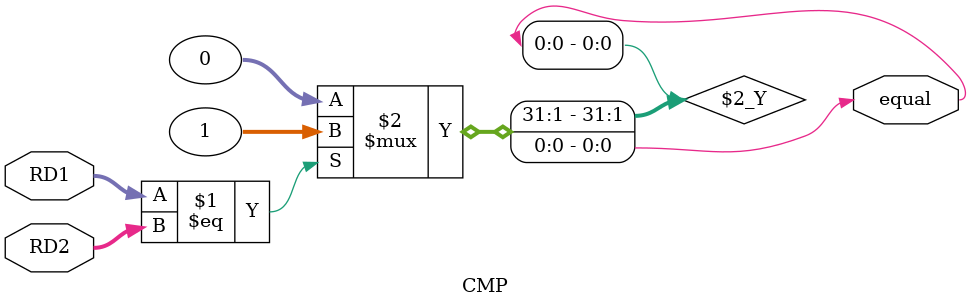
<source format=v>
`timescale 1ns / 1ps
module CMP(
    input [31:0] RD1,
    input [31:0] RD2,
    output equal
    );
	 assign equal = (RD1 == RD2)?1:0;


endmodule

</source>
